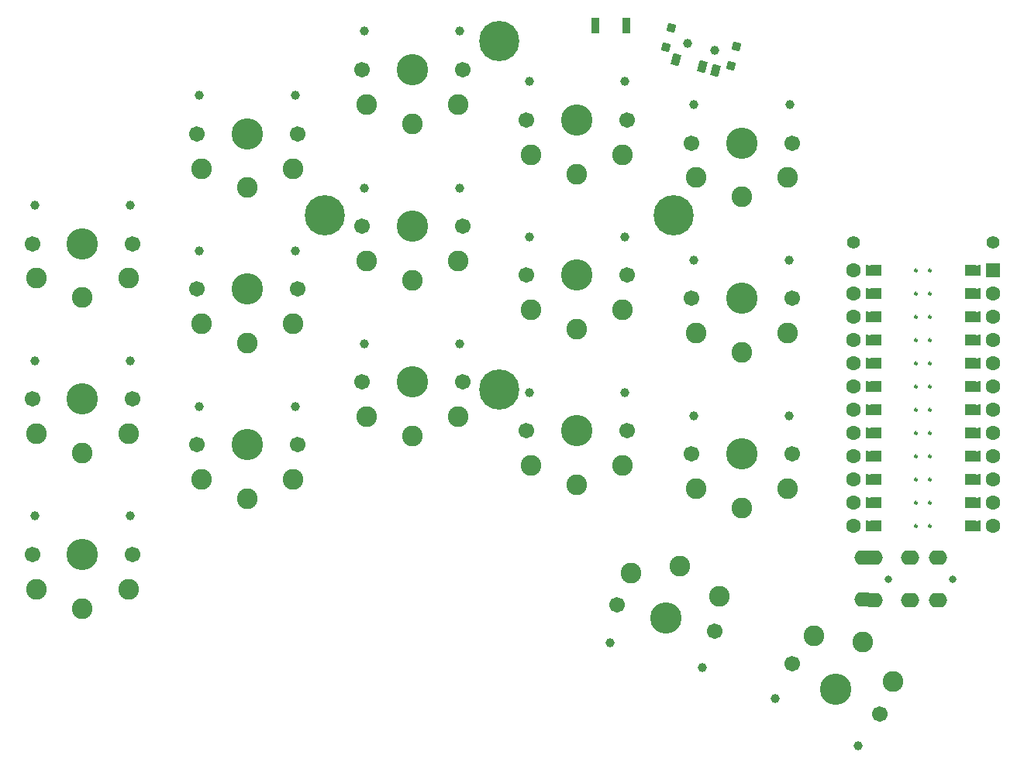
<source format=gbr>
%TF.GenerationSoftware,KiCad,Pcbnew,(6.0.11)*%
%TF.CreationDate,2023-03-31T01:03:25+02:00*%
%TF.ProjectId,half-swept,68616c66-2d73-4776-9570-742e6b696361,rev?*%
%TF.SameCoordinates,Original*%
%TF.FileFunction,Soldermask,Bot*%
%TF.FilePolarity,Negative*%
%FSLAX46Y46*%
G04 Gerber Fmt 4.6, Leading zero omitted, Abs format (unit mm)*
G04 Created by KiCad (PCBNEW (6.0.11)) date 2023-03-31 01:03:25*
%MOMM*%
%LPD*%
G01*
G04 APERTURE LIST*
G04 Aperture macros list*
%AMRotRect*
0 Rectangle, with rotation*
0 The origin of the aperture is its center*
0 $1 length*
0 $2 width*
0 $3 Rotation angle, in degrees counterclockwise*
0 Add horizontal line*
21,1,$1,$2,0,0,$3*%
%AMFreePoly0*
4,1,6,0.600000,0.200000,0.000000,-0.400000,-0.600000,0.200000,-0.600000,0.400000,0.600000,0.400000,0.600000,0.200000,0.600000,0.200000,$1*%
%AMFreePoly1*
4,1,6,0.600000,-0.250000,-0.600000,-0.250000,-0.600000,1.000000,0.000000,0.400000,0.600000,1.000000,0.600000,-0.250000,0.600000,-0.250000,$1*%
G04 Aperture macros list end*
%ADD10C,0.250000*%
%ADD11C,0.100000*%
%ADD12C,1.397000*%
%ADD13C,0.800000*%
%ADD14O,2.000000X1.600000*%
%ADD15C,0.990600*%
%ADD16C,1.701800*%
%ADD17C,3.429000*%
%ADD18C,2.262000*%
%ADD19FreePoly0,270.000000*%
%ADD20C,1.600000*%
%ADD21FreePoly0,90.000000*%
%ADD22R,1.600000X1.600000*%
%ADD23FreePoly1,270.000000*%
%ADD24FreePoly1,90.000000*%
%ADD25C,4.400000*%
%ADD26C,1.000000*%
%ADD27RotRect,0.900000X0.900000X344.500000*%
%ADD28RotRect,0.900000X1.250000X344.500000*%
%ADD29R,0.900000X1.700000*%
G04 APERTURE END LIST*
D10*
%TO.C,U1*%
X119759000Y-69342000D02*
G75*
G03*
X119759000Y-69342000I-125000J0D01*
G01*
X118235000Y-69342000D02*
G75*
G03*
X118235000Y-69342000I-125000J0D01*
G01*
X118235000Y-71882000D02*
G75*
G03*
X118235000Y-71882000I-125000J0D01*
G01*
X119759000Y-54102000D02*
G75*
G03*
X119759000Y-54102000I-125000J0D01*
G01*
X118235000Y-61722000D02*
G75*
G03*
X118235000Y-61722000I-125000J0D01*
G01*
X119759000Y-56642000D02*
G75*
G03*
X119759000Y-56642000I-125000J0D01*
G01*
X119759000Y-76962000D02*
G75*
G03*
X119759000Y-76962000I-125000J0D01*
G01*
X118235000Y-56642000D02*
G75*
G03*
X118235000Y-56642000I-125000J0D01*
G01*
X118235000Y-76962000D02*
G75*
G03*
X118235000Y-76962000I-125000J0D01*
G01*
X119759000Y-61722000D02*
G75*
G03*
X119759000Y-61722000I-125000J0D01*
G01*
X119759000Y-64262000D02*
G75*
G03*
X119759000Y-64262000I-125000J0D01*
G01*
X119759000Y-71882000D02*
G75*
G03*
X119759000Y-71882000I-125000J0D01*
G01*
X118235000Y-49022000D02*
G75*
G03*
X118235000Y-49022000I-125000J0D01*
G01*
X119759000Y-66802000D02*
G75*
G03*
X119759000Y-66802000I-125000J0D01*
G01*
X118235000Y-64262000D02*
G75*
G03*
X118235000Y-64262000I-125000J0D01*
G01*
X118235000Y-74422000D02*
G75*
G03*
X118235000Y-74422000I-125000J0D01*
G01*
X118235000Y-51562000D02*
G75*
G03*
X118235000Y-51562000I-125000J0D01*
G01*
X119759000Y-49022000D02*
G75*
G03*
X119759000Y-49022000I-125000J0D01*
G01*
X118235000Y-54102000D02*
G75*
G03*
X118235000Y-54102000I-125000J0D01*
G01*
X118235000Y-59182000D02*
G75*
G03*
X118235000Y-59182000I-125000J0D01*
G01*
X118235000Y-66802000D02*
G75*
G03*
X118235000Y-66802000I-125000J0D01*
G01*
X119759000Y-74422000D02*
G75*
G03*
X119759000Y-74422000I-125000J0D01*
G01*
X119759000Y-59182000D02*
G75*
G03*
X119759000Y-59182000I-125000J0D01*
G01*
X119759000Y-51562000D02*
G75*
G03*
X119759000Y-51562000I-125000J0D01*
G01*
G36*
X124968000Y-64770000D02*
G01*
X123952000Y-64770000D01*
X123952000Y-63754000D01*
X124968000Y-63754000D01*
X124968000Y-64770000D01*
G37*
D11*
X124968000Y-64770000D02*
X123952000Y-64770000D01*
X123952000Y-63754000D01*
X124968000Y-63754000D01*
X124968000Y-64770000D01*
G36*
X113792000Y-77470000D02*
G01*
X112776000Y-77470000D01*
X112776000Y-76454000D01*
X113792000Y-76454000D01*
X113792000Y-77470000D01*
G37*
X113792000Y-77470000D02*
X112776000Y-77470000D01*
X112776000Y-76454000D01*
X113792000Y-76454000D01*
X113792000Y-77470000D01*
G36*
X124968000Y-59690000D02*
G01*
X123952000Y-59690000D01*
X123952000Y-58674000D01*
X124968000Y-58674000D01*
X124968000Y-59690000D01*
G37*
X124968000Y-59690000D02*
X123952000Y-59690000D01*
X123952000Y-58674000D01*
X124968000Y-58674000D01*
X124968000Y-59690000D01*
G36*
X124968000Y-62230000D02*
G01*
X123952000Y-62230000D01*
X123952000Y-61214000D01*
X124968000Y-61214000D01*
X124968000Y-62230000D01*
G37*
X124968000Y-62230000D02*
X123952000Y-62230000D01*
X123952000Y-61214000D01*
X124968000Y-61214000D01*
X124968000Y-62230000D01*
G36*
X124968000Y-69850000D02*
G01*
X123952000Y-69850000D01*
X123952000Y-68834000D01*
X124968000Y-68834000D01*
X124968000Y-69850000D01*
G37*
X124968000Y-69850000D02*
X123952000Y-69850000D01*
X123952000Y-68834000D01*
X124968000Y-68834000D01*
X124968000Y-69850000D01*
G36*
X124968000Y-54610000D02*
G01*
X123952000Y-54610000D01*
X123952000Y-53594000D01*
X124968000Y-53594000D01*
X124968000Y-54610000D01*
G37*
X124968000Y-54610000D02*
X123952000Y-54610000D01*
X123952000Y-53594000D01*
X124968000Y-53594000D01*
X124968000Y-54610000D01*
G36*
X113792000Y-67310000D02*
G01*
X112776000Y-67310000D01*
X112776000Y-66294000D01*
X113792000Y-66294000D01*
X113792000Y-67310000D01*
G37*
X113792000Y-67310000D02*
X112776000Y-67310000D01*
X112776000Y-66294000D01*
X113792000Y-66294000D01*
X113792000Y-67310000D01*
G36*
X124968000Y-52070000D02*
G01*
X123952000Y-52070000D01*
X123952000Y-51054000D01*
X124968000Y-51054000D01*
X124968000Y-52070000D01*
G37*
X124968000Y-52070000D02*
X123952000Y-52070000D01*
X123952000Y-51054000D01*
X124968000Y-51054000D01*
X124968000Y-52070000D01*
G36*
X113792000Y-54610000D02*
G01*
X112776000Y-54610000D01*
X112776000Y-53594000D01*
X113792000Y-53594000D01*
X113792000Y-54610000D01*
G37*
X113792000Y-54610000D02*
X112776000Y-54610000D01*
X112776000Y-53594000D01*
X113792000Y-53594000D01*
X113792000Y-54610000D01*
G36*
X124968000Y-77470000D02*
G01*
X123952000Y-77470000D01*
X123952000Y-76454000D01*
X124968000Y-76454000D01*
X124968000Y-77470000D01*
G37*
X124968000Y-77470000D02*
X123952000Y-77470000D01*
X123952000Y-76454000D01*
X124968000Y-76454000D01*
X124968000Y-77470000D01*
G36*
X113792000Y-69850000D02*
G01*
X112776000Y-69850000D01*
X112776000Y-68834000D01*
X113792000Y-68834000D01*
X113792000Y-69850000D01*
G37*
X113792000Y-69850000D02*
X112776000Y-69850000D01*
X112776000Y-68834000D01*
X113792000Y-68834000D01*
X113792000Y-69850000D01*
G36*
X113792000Y-49530000D02*
G01*
X112776000Y-49530000D01*
X112776000Y-48514000D01*
X113792000Y-48514000D01*
X113792000Y-49530000D01*
G37*
X113792000Y-49530000D02*
X112776000Y-49530000D01*
X112776000Y-48514000D01*
X113792000Y-48514000D01*
X113792000Y-49530000D01*
G36*
X113792000Y-62230000D02*
G01*
X112776000Y-62230000D01*
X112776000Y-61214000D01*
X113792000Y-61214000D01*
X113792000Y-62230000D01*
G37*
X113792000Y-62230000D02*
X112776000Y-62230000D01*
X112776000Y-61214000D01*
X113792000Y-61214000D01*
X113792000Y-62230000D01*
G36*
X113792000Y-74930000D02*
G01*
X112776000Y-74930000D01*
X112776000Y-73914000D01*
X113792000Y-73914000D01*
X113792000Y-74930000D01*
G37*
X113792000Y-74930000D02*
X112776000Y-74930000D01*
X112776000Y-73914000D01*
X113792000Y-73914000D01*
X113792000Y-74930000D01*
G36*
X124968000Y-57150000D02*
G01*
X123952000Y-57150000D01*
X123952000Y-56134000D01*
X124968000Y-56134000D01*
X124968000Y-57150000D01*
G37*
X124968000Y-57150000D02*
X123952000Y-57150000D01*
X123952000Y-56134000D01*
X124968000Y-56134000D01*
X124968000Y-57150000D01*
G36*
X124968000Y-72390000D02*
G01*
X123952000Y-72390000D01*
X123952000Y-71374000D01*
X124968000Y-71374000D01*
X124968000Y-72390000D01*
G37*
X124968000Y-72390000D02*
X123952000Y-72390000D01*
X123952000Y-71374000D01*
X124968000Y-71374000D01*
X124968000Y-72390000D01*
G36*
X124968000Y-74930000D02*
G01*
X123952000Y-74930000D01*
X123952000Y-73914000D01*
X124968000Y-73914000D01*
X124968000Y-74930000D01*
G37*
X124968000Y-74930000D02*
X123952000Y-74930000D01*
X123952000Y-73914000D01*
X124968000Y-73914000D01*
X124968000Y-74930000D01*
G36*
X124968000Y-49530000D02*
G01*
X123952000Y-49530000D01*
X123952000Y-48514000D01*
X124968000Y-48514000D01*
X124968000Y-49530000D01*
G37*
X124968000Y-49530000D02*
X123952000Y-49530000D01*
X123952000Y-48514000D01*
X124968000Y-48514000D01*
X124968000Y-49530000D01*
G36*
X113792000Y-72390000D02*
G01*
X112776000Y-72390000D01*
X112776000Y-71374000D01*
X113792000Y-71374000D01*
X113792000Y-72390000D01*
G37*
X113792000Y-72390000D02*
X112776000Y-72390000D01*
X112776000Y-71374000D01*
X113792000Y-71374000D01*
X113792000Y-72390000D01*
G36*
X124968000Y-67310000D02*
G01*
X123952000Y-67310000D01*
X123952000Y-66294000D01*
X124968000Y-66294000D01*
X124968000Y-67310000D01*
G37*
X124968000Y-67310000D02*
X123952000Y-67310000D01*
X123952000Y-66294000D01*
X124968000Y-66294000D01*
X124968000Y-67310000D01*
G36*
X113792000Y-59690000D02*
G01*
X112776000Y-59690000D01*
X112776000Y-58674000D01*
X113792000Y-58674000D01*
X113792000Y-59690000D01*
G37*
X113792000Y-59690000D02*
X112776000Y-59690000D01*
X112776000Y-58674000D01*
X113792000Y-58674000D01*
X113792000Y-59690000D01*
G36*
X113792000Y-52070000D02*
G01*
X112776000Y-52070000D01*
X112776000Y-51054000D01*
X113792000Y-51054000D01*
X113792000Y-52070000D01*
G37*
X113792000Y-52070000D02*
X112776000Y-52070000D01*
X112776000Y-51054000D01*
X113792000Y-51054000D01*
X113792000Y-52070000D01*
G36*
X113792000Y-64770000D02*
G01*
X112776000Y-64770000D01*
X112776000Y-63754000D01*
X113792000Y-63754000D01*
X113792000Y-64770000D01*
G37*
X113792000Y-64770000D02*
X112776000Y-64770000D01*
X112776000Y-63754000D01*
X113792000Y-63754000D01*
X113792000Y-64770000D01*
G36*
X113792000Y-57150000D02*
G01*
X112776000Y-57150000D01*
X112776000Y-56134000D01*
X113792000Y-56134000D01*
X113792000Y-57150000D01*
G37*
X113792000Y-57150000D02*
X112776000Y-57150000D01*
X112776000Y-56134000D01*
X113792000Y-56134000D01*
X113792000Y-57150000D01*
%TD*%
D12*
%TO.C,B+*%
X126492000Y-45974000D03*
%TD*%
%TO.C,B-*%
X111252000Y-45974000D03*
%TD*%
D13*
%TO.C,J2*%
X122098000Y-82750000D03*
X115098000Y-82750000D03*
D14*
X117478000Y-80420000D03*
X117498000Y-85050000D03*
X120498000Y-85050000D03*
X120478000Y-80420000D03*
X112398000Y-80450000D03*
X112378000Y-85020000D03*
X113478000Y-80420000D03*
X113498000Y-85050000D03*
%TD*%
D15*
%TO.C,SW1*%
X32300000Y-41880000D03*
D16*
X21580000Y-46080000D03*
D15*
X21860000Y-41880000D03*
D17*
X27080000Y-46080000D03*
D16*
X32580000Y-46080000D03*
D18*
X27080000Y-51980000D03*
X32080000Y-49880000D03*
X22080000Y-49880000D03*
%TD*%
D16*
%TO.C,SW2*%
X39580000Y-34080000D03*
D15*
X39860000Y-29880000D03*
D17*
X45080000Y-34080000D03*
D16*
X50580000Y-34080000D03*
D15*
X50300000Y-29880000D03*
D18*
X45080000Y-39980000D03*
X40080000Y-37880000D03*
X50080000Y-37880000D03*
%TD*%
D16*
%TO.C,SW3*%
X68580000Y-27080000D03*
X57580000Y-27080000D03*
D17*
X63080000Y-27080000D03*
D15*
X68300000Y-22880000D03*
X57860000Y-22880000D03*
D18*
X63080000Y-32980000D03*
X58080000Y-30880000D03*
X68080000Y-30880000D03*
%TD*%
D16*
%TO.C,SW4*%
X86580000Y-32580000D03*
D17*
X81080000Y-32580000D03*
D15*
X86300000Y-28380000D03*
D16*
X75580000Y-32580000D03*
D15*
X75860000Y-28380000D03*
D18*
X81080000Y-38480000D03*
X76080000Y-36380000D03*
X86080000Y-36380000D03*
%TD*%
D16*
%TO.C,SW5*%
X93580000Y-35080000D03*
D15*
X104300000Y-30880000D03*
X93860000Y-30880000D03*
D16*
X104580000Y-35080000D03*
D17*
X99080000Y-35080000D03*
D18*
X99080000Y-40980000D03*
X104080000Y-38880000D03*
X94080000Y-38880000D03*
%TD*%
D16*
%TO.C,SW6*%
X21580000Y-63080000D03*
X32580000Y-63080000D03*
D17*
X27080000Y-63080000D03*
D15*
X21860000Y-58880000D03*
X32300000Y-58880000D03*
D18*
X27080000Y-68980000D03*
X32080000Y-66880000D03*
X22080000Y-66880000D03*
%TD*%
D16*
%TO.C,SW7*%
X50580000Y-51054000D03*
D15*
X39860000Y-46854000D03*
D16*
X39580000Y-51054000D03*
D17*
X45080000Y-51054000D03*
D15*
X50300000Y-46854000D03*
D18*
X45080000Y-56954000D03*
X40080000Y-54854000D03*
X50080000Y-54854000D03*
%TD*%
D16*
%TO.C,SW8*%
X68580000Y-44196000D03*
X57580000Y-44196000D03*
D15*
X68300000Y-39996000D03*
D17*
X63080000Y-44196000D03*
D15*
X57860000Y-39996000D03*
D18*
X63080000Y-50096000D03*
X68080000Y-47996000D03*
X58080000Y-47996000D03*
%TD*%
D15*
%TO.C,SW9*%
X86300000Y-45330000D03*
X75860000Y-45330000D03*
D16*
X86580000Y-49530000D03*
X75580000Y-49530000D03*
D17*
X81080000Y-49530000D03*
D18*
X81080000Y-55430000D03*
X86080000Y-53330000D03*
X76080000Y-53330000D03*
%TD*%
D17*
%TO.C,SW10*%
X99060000Y-52070000D03*
D15*
X104280000Y-47870000D03*
D16*
X104560000Y-52070000D03*
D15*
X93840000Y-47870000D03*
D16*
X93560000Y-52070000D03*
D18*
X99060000Y-57970000D03*
X94060000Y-55870000D03*
X104060000Y-55870000D03*
%TD*%
D16*
%TO.C,SW11*%
X21580000Y-80080000D03*
D15*
X32300000Y-75880000D03*
D17*
X27080000Y-80080000D03*
D16*
X32580000Y-80080000D03*
D15*
X21860000Y-75880000D03*
D18*
X27080000Y-85980000D03*
X22080000Y-83880000D03*
X32080000Y-83880000D03*
%TD*%
D17*
%TO.C,SW12*%
X45080000Y-68072000D03*
D15*
X39860000Y-63872000D03*
D16*
X50580000Y-68072000D03*
X39580000Y-68072000D03*
D15*
X50300000Y-63872000D03*
D18*
X45080000Y-73972000D03*
X50080000Y-71872000D03*
X40080000Y-71872000D03*
%TD*%
D15*
%TO.C,SW13*%
X57860000Y-57014000D03*
D17*
X63080000Y-61214000D03*
D16*
X57580000Y-61214000D03*
D15*
X68300000Y-57014000D03*
D16*
X68580000Y-61214000D03*
D18*
X63080000Y-67114000D03*
X58080000Y-65014000D03*
X68080000Y-65014000D03*
%TD*%
D16*
%TO.C,SW14*%
X86580000Y-66548000D03*
D17*
X81080000Y-66548000D03*
D15*
X86300000Y-62348000D03*
X75860000Y-62348000D03*
D16*
X75580000Y-66548000D03*
D18*
X81080000Y-72448000D03*
X76080000Y-70348000D03*
X86080000Y-70348000D03*
%TD*%
D15*
%TO.C,SW15*%
X104280000Y-64888000D03*
X93840000Y-64888000D03*
D16*
X93560000Y-69088000D03*
D17*
X99060000Y-69088000D03*
D16*
X104560000Y-69088000D03*
D18*
X99060000Y-74988000D03*
X94060000Y-72888000D03*
X104060000Y-72888000D03*
%TD*%
D16*
%TO.C,SW17*%
X104592860Y-92030000D03*
D15*
X102735347Y-95807307D03*
X111776653Y-101027307D03*
D17*
X109356000Y-94780000D03*
D16*
X114119140Y-97530000D03*
D18*
X112306000Y-89670450D03*
X115586127Y-93989103D03*
X106925873Y-88989103D03*
%TD*%
D15*
%TO.C,SW16*%
X84666827Y-89735853D03*
D16*
X96108592Y-88453505D03*
D15*
X94751093Y-92437924D03*
D16*
X85483408Y-85606495D03*
D17*
X90796000Y-87030000D03*
D18*
X92323032Y-81331038D03*
X86949883Y-82065387D03*
X96609142Y-84653577D03*
%TD*%
D19*
%TO.C,U1*%
X124714000Y-69342000D03*
D20*
X111252000Y-74422000D03*
D19*
X124714000Y-76962000D03*
D21*
X113030000Y-64262000D03*
D20*
X126492000Y-64262000D03*
D21*
X113030000Y-74422000D03*
D20*
X111252000Y-51562000D03*
D21*
X113030000Y-51562000D03*
X113030000Y-49022000D03*
D20*
X126492000Y-49022000D03*
D22*
X126492000Y-49022000D03*
D19*
X124714000Y-51562000D03*
D20*
X111252000Y-54102000D03*
X126492000Y-51562000D03*
D19*
X124714000Y-71882000D03*
D20*
X126492000Y-69342000D03*
D19*
X124714000Y-59182000D03*
D20*
X111252000Y-59182000D03*
X126492000Y-66802000D03*
X126492000Y-56642000D03*
X126492000Y-74422000D03*
D21*
X113030000Y-69342000D03*
D20*
X111252000Y-61722000D03*
D19*
X124714000Y-66802000D03*
D21*
X113030000Y-59182000D03*
D20*
X111252000Y-69342000D03*
X126492000Y-76962000D03*
D21*
X113030000Y-76962000D03*
D19*
X124714000Y-74422000D03*
D20*
X111252000Y-66802000D03*
D19*
X124714000Y-54102000D03*
D21*
X113030000Y-66802000D03*
X113030000Y-54102000D03*
X113030000Y-56642000D03*
D20*
X111252000Y-56642000D03*
X126492000Y-61722000D03*
X126492000Y-54102000D03*
D21*
X113030000Y-61722000D03*
D20*
X126492000Y-71882000D03*
X126492000Y-59182000D03*
D19*
X124714000Y-61722000D03*
D20*
X111252000Y-64262000D03*
D19*
X124714000Y-64262000D03*
D20*
X111252000Y-76962000D03*
D21*
X113030000Y-71882000D03*
D19*
X124714000Y-56642000D03*
D20*
X111252000Y-71882000D03*
X111252000Y-49022000D03*
D19*
X124714000Y-49022000D03*
D23*
X123698000Y-49022000D03*
X123698000Y-51562000D03*
X123698000Y-54102000D03*
X123698000Y-56642000D03*
X123698000Y-59182000D03*
X123698000Y-61722000D03*
X123698000Y-64262000D03*
X123698000Y-66802000D03*
X123698000Y-69342000D03*
X123698000Y-71882000D03*
X123698000Y-74422000D03*
X123698000Y-76962000D03*
D24*
X114046000Y-76962000D03*
X114046000Y-74422000D03*
X114046000Y-71882000D03*
X114046000Y-69342000D03*
X114046000Y-66802000D03*
X114046000Y-64262000D03*
X114046000Y-61722000D03*
X114046000Y-59182000D03*
X114046000Y-56642000D03*
X114046000Y-54102000D03*
X114046000Y-51562000D03*
X114046000Y-49022000D03*
%TD*%
D25*
%TO.C,REF\u002A\u002A*%
X72580000Y-23930000D03*
X72580000Y-62030000D03*
X91630000Y-42980000D03*
X53530000Y-42980000D03*
%TD*%
D26*
%TO.C,POWER SW*%
X93194954Y-24169715D03*
X96085846Y-24971431D03*
D27*
X98499795Y-24499361D03*
X91368930Y-22521798D03*
X97911870Y-26619348D03*
X90781005Y-24641785D03*
D28*
X91917712Y-25968820D03*
X94808603Y-26770534D03*
X96254049Y-27171393D03*
%TD*%
D29*
%TO.C,RSW2*%
X86485200Y-22250400D03*
X83085200Y-22250400D03*
%TD*%
M02*

</source>
